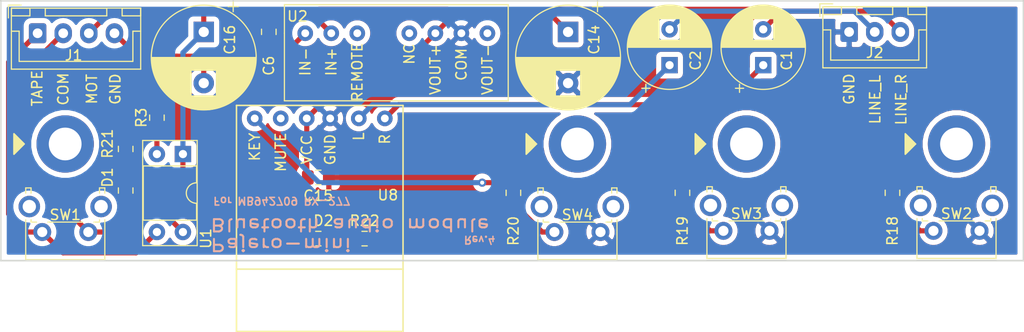
<source format=kicad_pcb>
(kicad_pcb (version 20171130) (host pcbnew 5.1.9+dfsg1-1)
  (layers (0 F.Cu signal) (31 B.Cu signal) (34 B.Paste user) (35 F.Paste user) (36 B.SilkS user) (37 F.SilkS user) (38 B.Mask user) (39 F.Mask user) (44 Edge.Cuts user))
  (net 0 "")
  (net 1 GND)
  (net 2 5V)
  (net 3 MOTOR)
  (net 4 "Net-(D1-Pad1)")
  (net 5 "Net-(D2-Pad1)")
  (net 6 LINE_R)
  (net 7 LINE_L)
  (net 8 TAPE)
  (net 9 COM)
  (net 10 "Net-(R3-Pad1)")
  (net 11 "Net-(R18-Pad1)")
  (net 12 "Net-(R18-Pad2)")
  (net 13 "Net-(R19-Pad2)")
  (net 14 "Net-(R20-Pad2)")
  (net 15 "Net-(U8-Pad5)")
  (net 16 GND_IN)
  (net 17 "Net-(U2-Pad3)")
  (net 18 "Net-(U2-Pad4)")
  (net 19 "Net-(U2-Pad7)")
  (net 20 "Net-(C1-Pad1)")
  (net 21 "Net-(C2-Pad1)")
  (module Resistor_SMD:R_0805_2012Metric_Pad1.15x1.40mm_HandSolder (layer F.Cu) (at 96.725 150.25)
    (fp_text reference R22 (at 0 -1.75) (layer F.SilkS))
    (fp_text value 4K7)
    (pad 2 smd roundrect (at 1.025 0) (size 1.15 1.4) (layers F.Cu F.Paste F.Mask) (roundrect_rratio 0.217391) (net 1 GND))
    (pad 1 smd roundrect (at -1.025 0) (size 1.15 1.4) (layers F.Cu F.Paste F.Mask) (roundrect_rratio 0.217391) (net 5 "Net-(D2-Pad1)"))
  )
  (module Package_DIP:DIP-4_W7.62mm_Socket (layer F.Cu) (at 78.994 141.986 270)
    (fp_text reference U1 (at 8.25 -2.25 270) (layer F.SilkS))
    (fp_text value TLP785)
    (pad 1 thru_hole rect (at 0 0 270) (size 1.6 1.6) (drill 0.8) (layers *.Cu *.Mask) (net 3 MOTOR))
    (pad 3 thru_hole oval (at 7.62 2.54 270) (size 1.6 1.6) (drill 0.8) (layers *.Cu *.Mask) (net 8 TAPE))
    (pad 2 thru_hole oval (at 0 2.54 270) (size 1.6 1.6) (drill 0.8) (layers *.Cu *.Mask) (net 10 "Net-(R3-Pad1)"))
    (pad 4 thru_hole oval (at 7.62 0 270) (size 1.6 1.6) (drill 0.8) (layers *.Cu *.Mask) (net 9 COM))
  )
  (module Resistor_SMD:R_0805_2012Metric_Pad1.15x1.40mm_HandSolder (layer F.Cu) (at 87.376 130.039 270)
    (fp_text reference C6 (at 3.311 0 270) (layer F.SilkS))
    (fp_text value 100n)
    (pad 1 smd roundrect (at -1.025 0 270) (size 1.15 1.4) (layers F.Cu F.Paste F.Mask) (roundrect_rratio 0.217391) (net 3 MOTOR))
    (pad 2 smd roundrect (at 1.025 0 270) (size 1.15 1.4) (layers F.Cu F.Paste F.Mask) (roundrect_rratio 0.217391) (net 16 GND_IN))
  )
  (module Resistor_SMD:R_0805_2012Metric_Pad1.15x1.40mm_HandSolder (layer F.Cu) (at 92.211 144.272)
    (fp_text reference C15 (at -0.009 1.778 180) (layer F.SilkS))
    (fp_text value 100n)
    (pad 2 smd roundrect (at 1.025 0) (size 1.15 1.4) (layers F.Cu F.Paste F.Mask) (roundrect_rratio 0.217391) (net 1 GND))
    (pad 1 smd roundrect (at -1.025 0) (size 1.15 1.4) (layers F.Cu F.Paste F.Mask) (roundrect_rratio 0.217391) (net 2 5V))
  )
  (module Resistor_SMD:R_0805_2012Metric_Pad1.15x1.40mm_HandSolder (layer F.Cu) (at 73.406 145.551 270)
    (fp_text reference D1 (at -1.279 1.778 90) (layer F.SilkS))
    (fp_text value LED)
    (pad 2 smd roundrect (at 1.025 0 270) (size 1.15 1.4) (layers F.Cu F.Paste F.Mask) (roundrect_rratio 0.217391) (net 3 MOTOR))
    (pad 1 smd roundrect (at -1.025 0 270) (size 1.15 1.4) (layers F.Cu F.Paste F.Mask) (roundrect_rratio 0.217391) (net 4 "Net-(D1-Pad1)"))
  )
  (module Resistor_SMD:R_0805_2012Metric_Pad1.15x1.40mm_HandSolder (layer F.Cu) (at 92.211 150.25 180)
    (fp_text reference D2 (at -0.499 1.75 180) (layer F.SilkS))
    (fp_text value LED)
    (pad 1 smd roundrect (at -1.025 0 180) (size 1.15 1.4) (layers F.Cu F.Paste F.Mask) (roundrect_rratio 0.217391) (net 5 "Net-(D2-Pad1)"))
    (pad 2 smd roundrect (at 1.025 0 180) (size 1.15 1.4) (layers F.Cu F.Paste F.Mask) (roundrect_rratio 0.217391) (net 2 5V))
  )
  (module Resistor_SMD:R_0805_2012Metric_Pad1.15x1.40mm_HandSolder (layer F.Cu) (at 76.454 138.43 90)
    (fp_text reference R3 (at 0 -1.524 270) (layer F.SilkS))
    (fp_text value 4K7)
    (pad 2 smd roundrect (at 1.025 0 90) (size 1.15 1.4) (layers F.Cu F.Paste F.Mask) (roundrect_rratio 0.217391) (net 16 GND_IN))
    (pad 1 smd roundrect (at -1.025 0 90) (size 1.15 1.4) (layers F.Cu F.Paste F.Mask) (roundrect_rratio 0.217391) (net 10 "Net-(R3-Pad1)"))
  )
  (module Resistor_SMD:R_0805_2012Metric_Pad1.15x1.40mm_HandSolder (layer F.Cu) (at 148.25 145.775 270)
    (fp_text reference R18 (at 3.725 0 270) (layer F.SilkS))
    (fp_text value 51K)
    (pad 1 smd roundrect (at -1.025 0 270) (size 1.15 1.4) (layers F.Cu F.Paste F.Mask) (roundrect_rratio 0.217391) (net 11 "Net-(R18-Pad1)"))
    (pad 2 smd roundrect (at 1.025 0 270) (size 1.15 1.4) (layers F.Cu F.Paste F.Mask) (roundrect_rratio 0.217391) (net 12 "Net-(R18-Pad2)"))
  )
  (module Resistor_SMD:R_0805_2012Metric_Pad1.15x1.40mm_HandSolder (layer F.Cu) (at 127.75 145.775 270)
    (fp_text reference R19 (at 3.725 0 270) (layer F.SilkS))
    (fp_text value 33K)
    (pad 2 smd roundrect (at 1.025 0 270) (size 1.15 1.4) (layers F.Cu F.Paste F.Mask) (roundrect_rratio 0.217391) (net 13 "Net-(R19-Pad2)"))
    (pad 1 smd roundrect (at -1.025 0 270) (size 1.15 1.4) (layers F.Cu F.Paste F.Mask) (roundrect_rratio 0.217391) (net 11 "Net-(R18-Pad1)"))
  )
  (module Resistor_SMD:R_0805_2012Metric_Pad1.15x1.40mm_HandSolder (layer F.Cu) (at 111.25 145.775 270)
    (fp_text reference R20 (at 3.725 0 270) (layer F.SilkS))
    (fp_text value 9.1K)
    (pad 1 smd roundrect (at -1.025 0 270) (size 1.15 1.4) (layers F.Cu F.Paste F.Mask) (roundrect_rratio 0.217391) (net 11 "Net-(R18-Pad1)"))
    (pad 2 smd roundrect (at 1.025 0 270) (size 1.15 1.4) (layers F.Cu F.Paste F.Mask) (roundrect_rratio 0.217391) (net 14 "Net-(R20-Pad2)"))
  )
  (module Resistor_SMD:R_0805_2012Metric_Pad1.15x1.40mm_HandSolder (layer F.Cu) (at 73.406 141.487 90)
    (fp_text reference R21 (at 0.517 -1.778 90) (layer F.SilkS))
    (fp_text value 4K7)
    (pad 1 smd roundrect (at -1.025 0 90) (size 1.15 1.4) (layers F.Cu F.Paste F.Mask) (roundrect_rratio 0.217391) (net 4 "Net-(D1-Pad1)"))
    (pad 2 smd roundrect (at 1.025 0 90) (size 1.15 1.4) (layers F.Cu F.Paste F.Mask) (roundrect_rratio 0.217391) (net 16 GND_IN))
  )
  (module Button_Switch_THT:SW_Tactile_SPST_Angled_PTS645Vx83-2LFS (layer F.Cu) (at 69.76 149.606 180)
    (fp_text reference SW1 (at 2.25 1.68 180) (layer F.SilkS))
    (fp_text value TAPE_SW)
    (pad "" thru_hole circle (at 5.76 2.49 180) (size 2.1 2.1) (drill 1.3) (layers *.Cu *.Mask))
    (pad 2 thru_hole circle (at 4.5 0 180) (size 1.75 1.75) (drill 0.99) (layers *.Cu *.Mask) (net 8 TAPE))
    (pad 1 thru_hole circle (at 0 0 180) (size 1.75 1.75) (drill 0.99) (layers *.Cu *.Mask) (net 9 COM))
    (pad "" thru_hole circle (at -1.25 2.49 180) (size 2.1 2.1) (drill 1.3) (layers *.Cu *.Mask))
  )
  (module Button_Switch_THT:SW_Tactile_SPST_Angled_PTS645Vx83-2LFS (layer F.Cu) (at 156.75 149.49 180)
    (fp_text reference SW2 (at 2.25 1.68 180) (layer F.SilkS))
    (fp_text value PLAY/PAUSE)
    (pad "" thru_hole circle (at -1.25 2.49 180) (size 2.1 2.1) (drill 1.3) (layers *.Cu *.Mask))
    (pad 1 thru_hole circle (at 0 0 180) (size 1.75 1.75) (drill 0.99) (layers *.Cu *.Mask) (net 1 GND))
    (pad 2 thru_hole circle (at 4.5 0 180) (size 1.75 1.75) (drill 0.99) (layers *.Cu *.Mask) (net 12 "Net-(R18-Pad2)"))
    (pad "" thru_hole circle (at 5.76 2.49 180) (size 2.1 2.1) (drill 1.3) (layers *.Cu *.Mask))
  )
  (module Button_Switch_THT:SW_Tactile_SPST_Angled_PTS645Vx83-2LFS (layer F.Cu) (at 136.25 149.49 180)
    (fp_text reference SW3 (at 2.25 1.68 180) (layer F.SilkS))
    (fp_text value NEXT/UP)
    (pad "" thru_hole circle (at 5.76 2.49 180) (size 2.1 2.1) (drill 1.3) (layers *.Cu *.Mask))
    (pad 2 thru_hole circle (at 4.5 0 180) (size 1.75 1.75) (drill 0.99) (layers *.Cu *.Mask) (net 13 "Net-(R19-Pad2)"))
    (pad 1 thru_hole circle (at 0 0 180) (size 1.75 1.75) (drill 0.99) (layers *.Cu *.Mask) (net 1 GND))
    (pad "" thru_hole circle (at -1.25 2.49 180) (size 2.1 2.1) (drill 1.3) (layers *.Cu *.Mask))
  )
  (module Button_Switch_THT:SW_Tactile_SPST_Angled_PTS645Vx83-2LFS (layer F.Cu) (at 119.75 149.606 180)
    (fp_text reference SW4 (at 2.25 1.68 180) (layer F.SilkS))
    (fp_text value PREV/DOWN)
    (pad "" thru_hole circle (at -1.25 2.49 180) (size 2.1 2.1) (drill 1.3) (layers *.Cu *.Mask))
    (pad 1 thru_hole circle (at 0 0 180) (size 1.75 1.75) (drill 0.99) (layers *.Cu *.Mask) (net 1 GND))
    (pad 2 thru_hole circle (at 4.5 0 180) (size 1.75 1.75) (drill 0.99) (layers *.Cu *.Mask) (net 14 "Net-(R20-Pad2)"))
    (pad "" thru_hole circle (at 5.76 2.49 180) (size 2.1 2.1) (drill 1.3) (layers *.Cu *.Mask))
  )
  (module custom-footprints:Bluettoth-module-M18 (layer F.Cu) (at 93.62 133.42 180)
    (fp_text reference U8 (at -5.38 -12.58 180) (layer F.SilkS))
    (fp_text value Bluetooth-M18)
    (fp_text user KEY (at 7.62 -7.874 270) (layer F.SilkS))
    (fp_text user MUTE (at 5.08 -8.382 270) (layer F.SilkS))
    (fp_text user VCC (at 2.54 -8.128 270) (layer F.SilkS))
    (fp_text user GND (at 0.254 -8.128 270) (layer F.SilkS))
    (fp_text user L (at -2.54 -6.858 270) (layer F.SilkS))
    (fp_text user R (at -5.08 -7.112 270) (layer F.SilkS))
    (pad 1 thru_hole circle (at -5.08 -5.08 180) (size 1.524 1.524) (drill 0.762) (layers *.Cu *.Mask) (net 20 "Net-(C1-Pad1)"))
    (pad 2 thru_hole circle (at -2.54 -5.08 180) (size 1.524 1.524) (drill 0.762) (layers *.Cu *.Mask) (net 21 "Net-(C2-Pad1)"))
    (pad 3 thru_hole circle (at 0.254 -5.08 180) (size 1.524 1.524) (drill 0.762) (layers *.Cu *.Mask) (net 1 GND))
    (pad 4 thru_hole circle (at 2.54 -5.08 180) (size 1.524 1.524) (drill 0.762) (layers *.Cu *.Mask) (net 2 5V))
    (pad 5 thru_hole circle (at 5.08 -5.08 180) (size 1.524 1.524) (drill 0.762) (layers *.Cu *.Mask) (net 15 "Net-(U8-Pad5)"))
    (pad 6 thru_hole circle (at 7.62 -5.08 180) (size 1.524 1.524) (drill 0.762) (layers *.Cu *.Mask) (net 11 "Net-(R18-Pad1)"))
  )
  (module Capacitor_THT:CP_Radial_D10.0mm_P5.00mm (layer F.Cu) (at 116.586 130.048 270)
    (fp_text reference C14 (at 0.762 -2.54 270) (layer F.SilkS))
    (fp_text value 330u)
    (pad 2 thru_hole circle (at 5 0 270) (size 2 2) (drill 1) (layers *.Cu *.Mask) (net 1 GND))
    (pad 1 thru_hole rect (at 0 0 270) (size 2 2) (drill 1) (layers *.Cu *.Mask) (net 2 5V))
  )
  (module MountingHole:MountingHole_3.2mm_M3_DIN965_Pad (layer F.Cu) (at 67.5 141)
    (fp_text reference REF** hide)
    (fp_text value MountingHole_3.2mm_M3_DIN965_Pad hide)
    (pad 1 thru_hole circle (at 0 0) (size 5.6 5.6) (drill 3.2) (layers *.Cu *.Mask))
  )
  (module MountingHole:MountingHole_3.2mm_M3_DIN965_Pad (layer F.Cu) (at 117.5 141)
    (fp_text reference REF** hide)
    (fp_text value MountingHole_3.2mm_M3_DIN965_Pad hide)
    (pad 1 thru_hole circle (at 0 0) (size 5.6 5.6) (drill 3.2) (layers *.Cu *.Mask))
  )
  (module MountingHole:MountingHole_3.2mm_M3_DIN965_Pad (layer F.Cu) (at 134 141)
    (fp_text reference REF** hide)
    (fp_text value MountingHole_3.2mm_M3_DIN965_Pad hide)
    (pad 1 thru_hole circle (at 0 0) (size 5.6 5.6) (drill 3.2) (layers *.Cu *.Mask))
  )
  (module MountingHole:MountingHole_3.2mm_M3_DIN965_Pad (layer F.Cu) (at 154.5 141)
    (fp_text reference REF** hide)
    (fp_text value MountingHole_3.2mm_M3_DIN965_Pad hide)
    (pad 1 thru_hole circle (at 0 0) (size 5.6 5.6) (drill 3.2) (layers *.Cu *.Mask))
  )
  (module Capacitor_THT:CP_Radial_D10.0mm_P5.00mm (layer F.Cu) (at 81.026 130.048 270)
    (fp_text reference C16 (at 0.762 -2.54 270) (layer F.SilkS))
    (fp_text value 330u)
    (pad 1 thru_hole rect (at 0 0 270) (size 2 2) (drill 1) (layers *.Cu *.Mask) (net 3 MOTOR))
    (pad 2 thru_hole circle (at 5 0 270) (size 2 2) (drill 1) (layers *.Cu *.Mask) (net 16 GND_IN))
  )
  (module Connector_JST:JST_XH_B4B-XH-A_1x04_P2.50mm_Vertical (layer F.Cu) (at 64.81 130.175)
    (fp_text reference J1 (at 3.516 2.159) (layer F.SilkS))
    (fp_text value IO)
    (pad 1 thru_hole roundrect (at 0 0) (size 1.7 1.95) (drill 0.95) (layers *.Cu *.Mask) (roundrect_rratio 0.147059) (net 8 TAPE))
    (pad 2 thru_hole oval (at 2.5 0) (size 1.7 1.95) (drill 0.95) (layers *.Cu *.Mask) (net 9 COM))
    (pad 3 thru_hole oval (at 5 0) (size 1.7 1.95) (drill 0.95) (layers *.Cu *.Mask) (net 3 MOTOR))
    (pad 4 thru_hole oval (at 7.5 0) (size 1.7 1.95) (drill 0.95) (layers *.Cu *.Mask) (net 16 GND_IN))
  )
  (module custom-footprints:BUCK-ISOLATED-MCWI03 (layer F.Cu) (at 90.932 130.175)
    (fp_text reference U2 (at -0.762 -1.651) (layer F.SilkS))
    (fp_text value BUCK-ISOLATED-MCWI03)
    (fp_text user IN- (at 0 2.794 90) (layer F.SilkS))
    (fp_text user IN+ (at 2.54 2.794 90) (layer F.SilkS))
    (fp_text user REMOTE (at 5.08 3.81 90) (layer F.SilkS))
    (fp_text user NC (at 10.16 2.032 90) (layer F.SilkS))
    (fp_text user VOUT+ (at 12.7 3.556 90) (layer F.SilkS))
    (fp_text user COM (at 15.24 3.048 90) (layer F.SilkS))
    (fp_text user VOUT- (at 17.78 3.556 90) (layer F.SilkS))
    (pad 1 thru_hole circle (at 0 0) (size 1.524 1.524) (drill 0.762) (layers *.Cu *.Mask) (net 16 GND_IN))
    (pad 2 thru_hole circle (at 2.54 0) (size 1.524 1.524) (drill 0.762) (layers *.Cu *.Mask) (net 3 MOTOR))
    (pad 3 thru_hole circle (at 5.08 0) (size 1.524 1.524) (drill 0.762) (layers *.Cu *.Mask) (net 17 "Net-(U2-Pad3)"))
    (pad 4 thru_hole circle (at 10.16 0) (size 1.524 1.524) (drill 0.762) (layers *.Cu *.Mask) (net 18 "Net-(U2-Pad4)"))
    (pad 5 thru_hole circle (at 12.7 0) (size 1.524 1.524) (drill 0.762) (layers *.Cu *.Mask) (net 2 5V))
    (pad 6 thru_hole circle (at 15.24 0) (size 1.524 1.524) (drill 0.762) (layers *.Cu *.Mask) (net 1 GND))
    (pad 7 thru_hole circle (at 17.78 0) (size 1.524 1.524) (drill 0.762) (layers *.Cu *.Mask) (net 19 "Net-(U2-Pad7)"))
  )
  (module Capacitor_THT:CP_Radial_D8.0mm_P3.50mm (layer F.Cu) (at 135.636 133.294 90)
    (fp_text reference C1 (at 0.452 2.286 90) (layer F.SilkS))
    (fp_text value 10u)
    (pad 1 thru_hole rect (at 0 0 90) (size 1.6 1.6) (drill 0.8) (layers *.Cu *.Mask) (net 20 "Net-(C1-Pad1)"))
    (pad 2 thru_hole circle (at 3.5 0 90) (size 1.6 1.6) (drill 0.8) (layers *.Cu *.Mask) (net 6 LINE_R))
  )
  (module Capacitor_THT:CP_Radial_D8.0mm_P3.50mm (layer F.Cu) (at 126.492 133.294 90)
    (fp_text reference C2 (at 0.452 2.54 90) (layer F.SilkS))
    (fp_text value 10u)
    (pad 2 thru_hole circle (at 3.5 0 90) (size 1.6 1.6) (drill 0.8) (layers *.Cu *.Mask) (net 7 LINE_L))
    (pad 1 thru_hole rect (at 0 0 90) (size 1.6 1.6) (drill 0.8) (layers *.Cu *.Mask) (net 21 "Net-(C2-Pad1)"))
  )
  (module Connector_JST:JST_XH_B3B-XH-A_1x03_P2.50mm_Vertical (layer F.Cu) (at 144.018 130.048)
    (fp_text reference J2 (at 2.5 2.032) (layer F.SilkS))
    (fp_text value AUX)
    (pad 1 thru_hole roundrect (at 0 0) (size 1.7 1.95) (drill 0.95) (layers *.Cu *.Mask) (roundrect_rratio 0.147059) (net 1 GND))
    (pad 2 thru_hole oval (at 2.5 0) (size 1.7 1.95) (drill 0.95) (layers *.Cu *.Mask) (net 7 LINE_L))
    (pad 3 thru_hole oval (at 5 0) (size 1.7 1.95) (drill 0.95) (layers *.Cu *.Mask) (net 6 LINE_R))
  )
  (gr_text LINE_R (at 149.098 136.652 90) (layer F.SilkS) (effects (font (size 1 1))))
  (gr_text LINE_L (at 146.558 136.652 90) (layer F.SilkS) (effects (font (size 1 1))))
  (gr_text GND (at 144.018 135.636 90) (layer F.SilkS) (effects (font (size 1 1))))
  (gr_text GND (at 72.39 135.636 90) (layer F.SilkS) (effects (font (size 1 1))))
  (gr_text MOT (at 70.104 135.636 90) (layer F.SilkS) (effects (font (size 1 1))))
  (gr_text COM (at 67.31 135.636 90) (layer F.SilkS) (effects (font (size 1 1))))
  (gr_text TAPE (at 64.77 137.414 90) (layer F.SilkS) (effects (font (size 1 1)) (justify left)))
  (gr_poly (pts (xy 150.5 141) (xy 149.5 140) (xy 149.5 142)) (layer F.SilkS) (width 0.15))
  (gr_poly (pts (xy 130 141) (xy 129 140) (xy 129 142)) (layer F.SilkS) (width 0.15))
  (gr_poly (pts (xy 113.5 141) (xy 112.5 140) (xy 112.5 142)) (layer F.SilkS) (width 0.15))
  (gr_poly (pts (xy 63.5 141) (xy 62.5 140) (xy 62.5 142)) (layer F.SilkS) (width 0.15))
  (gr_text Rev.4 (at 107.95 150.368 180) (layer B.SilkS) (effects (font (size 0.75 0.75)) (justify mirror)))
  (gr_text "For MB942709 RX-277" (at 88.646 146.558 180) (layer B.SilkS) (effects (font (size 0.75 0.75)) (justify mirror)))
  (gr_text "Pajero-mini\nBluetooth audio module" (at 81.534 149.86 180) (layer B.SilkS) (effects (font (size 1.2 1.5) (thickness 0.2)) (justify left mirror)))
  (gr_line (start 61.214 127) (end 61.214 152.4) (layer Edge.Cuts) (width 0.15))
  (gr_line (start 161.036 127) (end 61.214 127) (layer Edge.Cuts) (width 0.15))
  (gr_line (start 161.036 152.4) (end 161.036 127) (layer Edge.Cuts) (width 0.15))
  (gr_line (start 61.214 152.4) (end 161.036 152.4) (layer Edge.Cuts) (width 0.15))
  (segment (start 93.5 138.634) (end 93.366 138.5) (width 0.25) (layer F.Cu) (net 1))
  (segment (start 91 138.42) (end 91.08 138.5) (width 1) (layer F.Cu) (net 2))
  (segment (start 91 138.58) (end 91.08 138.5) (width 0.25) (layer B.Cu) (net 2))
  (segment (start 91.08 144.166) (end 91.186 144.272) (width 0.5) (layer F.Cu) (net 2))
  (segment (start 91.08 138.5) (end 91.08 144.166) (width 0.5) (layer F.Cu) (net 2))
  (segment (start 91.186 144.272) (end 91.186 150.25) (width 0.5) (layer F.Cu) (net 2))
  (segment (start 91.08 138.5) (end 95.468 134.112) (width 0.5) (layer F.Cu) (net 2))
  (segment (start 103.632 130.175) (end 105.537 128.27) (width 0.5) (layer F.Cu) (net 2))
  (segment (start 114.808 128.27) (end 116.586 130.048) (width 0.5) (layer F.Cu) (net 2))
  (segment (start 105.537 128.27) (end 114.808 128.27) (width 0.5) (layer F.Cu) (net 2))
  (segment (start 91.08 138.5) (end 95.976 133.604) (width 0.5) (layer F.Cu) (net 2))
  (segment (start 100.203 133.604) (end 100.3935 133.4135) (width 0.5) (layer F.Cu) (net 2))
  (segment (start 95.976 133.604) (end 100.203 133.604) (width 0.5) (layer F.Cu) (net 2))
  (segment (start 100.3935 133.4135) (end 103.632 130.175) (width 0.5) (layer F.Cu) (net 2))
  (segment (start 69.81 130.175) (end 69.81 130.088) (width 0.5) (layer F.Cu) (net 3))
  (segment (start 71.969 128.016) (end 69.81 130.175) (width 0.5) (layer F.Cu) (net 3))
  (segment (start 81.026 128.27) (end 81.28 128.016) (width 0.5) (layer F.Cu) (net 3))
  (segment (start 81.026 130.048) (end 81.026 128.27) (width 0.5) (layer F.Cu) (net 3))
  (segment (start 81.28 128.016) (end 71.969 128.016) (width 0.5) (layer F.Cu) (net 3))
  (segment (start 81.28 128.016) (end 87.376 128.016) (width 0.5) (layer F.Cu) (net 3))
  (segment (start 91.313 128.016) (end 93.472 130.175) (width 0.5) (layer F.Cu) (net 3))
  (segment (start 87.376 128.016) (end 91.313 128.016) (width 0.5) (layer F.Cu) (net 3))
  (segment (start 78.994 132.08) (end 81.026 130.048) (width 0.5) (layer B.Cu) (net 3))
  (segment (start 78.994 141.986) (end 78.994 132.08) (width 0.5) (layer B.Cu) (net 3))
  (segment (start 87.376 129.014) (end 87.376 128.016) (width 0.5) (layer F.Cu) (net 3))
  (segment (start 78.994 141.986) (end 78.994 144.272) (width 0.5) (layer F.Cu) (net 3))
  (segment (start 76.69 146.576) (end 73.406 146.576) (width 0.5) (layer F.Cu) (net 3))
  (segment (start 78.994 144.272) (end 76.69 146.576) (width 0.5) (layer F.Cu) (net 3))
  (segment (start 73.406 142.512) (end 73.406 144.526) (width 0.5) (layer F.Cu) (net 4))
  (segment (start 93.236 150.25) (end 95.7 150.25) (width 0.5) (layer F.Cu) (net 5))
  (segment (start 135.636 129.794) (end 137.16 128.27) (width 0.5) (layer F.Cu) (net 6))
  (segment (start 149.018 130.048) (end 146.986 128.016) (width 0.5) (layer F.Cu) (net 6))
  (segment (start 137.414 128.016) (end 137.16 128.27) (width 0.5) (layer F.Cu) (net 6))
  (segment (start 146.986 128.016) (end 137.414 128.016) (width 0.5) (layer F.Cu) (net 6))
  (segment (start 146.518 130.048) (end 146.518 130.008) (width 0.5) (layer B.Cu) (net 7))
  (segment (start 146.518 130.008) (end 144.526 128.016) (width 0.5) (layer B.Cu) (net 7))
  (segment (start 128.27 128.016) (end 126.492 129.794) (width 0.5) (layer B.Cu) (net 7))
  (segment (start 144.526 128.016) (end 128.27 128.016) (width 0.5) (layer B.Cu) (net 7))
  (segment (start 98.7 138.5) (end 100.04 137.16) (width 0.5) (layer F.Cu) (net 20))
  (segment (start 97.5 137.16) (end 96.16 138.5) (width 0.5) (layer B.Cu) (net 21))
  (segment (start 61.976 147.828) (end 61.976 133.009) (width 0.5) (layer F.Cu) (net 8))
  (segment (start 61.976 133.009) (end 64.81 130.175) (width 0.5) (layer F.Cu) (net 8))
  (segment (start 63.754 149.606) (end 61.976 147.828) (width 0.5) (layer F.Cu) (net 8))
  (segment (start 65.26 149.606) (end 63.754 149.606) (width 0.5) (layer F.Cu) (net 8))
  (segment (start 74.422 151.638) (end 76.454 149.606) (width 0.5) (layer F.Cu) (net 8))
  (segment (start 67.292 151.638) (end 74.422 151.638) (width 0.5) (layer F.Cu) (net 8))
  (segment (start 65.26 149.606) (end 67.292 151.638) (width 0.5) (layer F.Cu) (net 8))
  (segment (start 69.76 149.606) (end 62.992 142.838) (width 0.5) (layer F.Cu) (net 9))
  (segment (start 62.992 134.493) (end 67.31 130.175) (width 0.5) (layer F.Cu) (net 9))
  (segment (start 62.992 142.838) (end 62.992 134.493) (width 0.5) (layer F.Cu) (net 9))
  (segment (start 69.76 149.606) (end 72.39 149.606) (width 0.5) (layer F.Cu) (net 9))
  (segment (start 72.39 149.606) (end 74.168 147.828) (width 0.5) (layer F.Cu) (net 9))
  (segment (start 77.216 147.828) (end 78.994 149.606) (width 0.5) (layer F.Cu) (net 9))
  (segment (start 74.168 147.828) (end 77.216 147.828) (width 0.5) (layer F.Cu) (net 9))
  (segment (start 76.454 139.455) (end 76.454 141.986) (width 0.5) (layer F.Cu) (net 10))
  (segment (start 148.475 144.725) (end 148.5 144.75) (width 0.25) (layer F.Cu) (net 11))
  (segment (start 111.25 144.75) (end 148.25 144.75) (width 0.5) (layer F.Cu) (net 11))
  (via (at 108.204 144.78) (size 0.8) (drill 0.4) (layers F.Cu B.Cu) (net 11))
  (segment (start 111.22 144.78) (end 111.25 144.75) (width 0.5) (layer F.Cu) (net 11))
  (segment (start 108.204 144.78) (end 111.22 144.78) (width 0.5) (layer F.Cu) (net 11))
  (segment (start 92.28 144.78) (end 108.204 144.78) (width 0.5) (layer B.Cu) (net 11))
  (segment (start 86 138.5) (end 92.28 144.78) (width 0.5) (layer B.Cu) (net 11))
  (segment (start 150.94 149.49) (end 152.25 149.49) (width 0.5) (layer F.Cu) (net 12))
  (segment (start 148.25 146.8) (end 150.94 149.49) (width 0.5) (layer F.Cu) (net 12))
  (segment (start 130.44 149.49) (end 131.75 149.49) (width 0.5) (layer F.Cu) (net 13))
  (segment (start 127.75 146.8) (end 130.44 149.49) (width 0.5) (layer F.Cu) (net 13))
  (segment (start 114.056 149.606) (end 115.25 149.606) (width 0.5) (layer F.Cu) (net 14))
  (segment (start 111.25 146.8) (end 114.056 149.606) (width 0.5) (layer F.Cu) (net 14))
  (segment (start 81.026 132.588) (end 81.193 132.421) (width 0.5) (layer F.Cu) (net 16))
  (segment (start 81.026 135.048) (end 81.026 132.588) (width 0.5) (layer F.Cu) (net 16))
  (segment (start 81.193 132.421) (end 78.399 132.421) (width 0.5) (layer F.Cu) (net 16))
  (segment (start 90.823 130.066) (end 90.932 130.175) (width 0.5) (layer F.Cu) (net 16))
  (segment (start 81.193 132.421) (end 85.021 132.421) (width 0.5) (layer F.Cu) (net 16))
  (segment (start 80.946 135.128) (end 81.026 135.048) (width 0.5) (layer F.Cu) (net 16))
  (segment (start 74.556 132.421) (end 72.31 130.175) (width 0.5) (layer F.Cu) (net 16))
  (segment (start 88.686 132.421) (end 90.932 130.175) (width 0.5) (layer F.Cu) (net 16))
  (segment (start 87.376 132.334) (end 87.289 132.421) (width 0.5) (layer F.Cu) (net 16))
  (segment (start 87.289 132.421) (end 88.686 132.421) (width 0.5) (layer F.Cu) (net 16))
  (segment (start 85.021 132.421) (end 87.289 132.421) (width 0.5) (layer F.Cu) (net 16))
  (segment (start 87.376 131.064) (end 87.376 132.334) (width 0.5) (layer F.Cu) (net 16))
  (segment (start 76.454 132.508) (end 76.541 132.421) (width 0.5) (layer F.Cu) (net 16))
  (segment (start 76.454 137.405) (end 76.454 132.508) (width 0.5) (layer F.Cu) (net 16))
  (segment (start 76.541 132.421) (end 74.556 132.421) (width 0.5) (layer F.Cu) (net 16))
  (segment (start 78.399 132.421) (end 76.541 132.421) (width 0.5) (layer F.Cu) (net 16))
  (segment (start 73.406 140.453) (end 76.454 137.405) (width 0.5) (layer F.Cu) (net 16))
  (segment (start 73.406 140.462) (end 73.406 140.453) (width 0.5) (layer F.Cu) (net 16))
  (segment (start 131.77 137.16) (end 135.636 133.294) (width 0.5) (layer F.Cu) (net 20))
  (segment (start 100.04 137.16) (end 131.77 137.16) (width 0.5) (layer F.Cu) (net 20))
  (segment (start 122.626 137.16) (end 126.492 133.294) (width 0.5) (layer B.Cu) (net 21))
  (segment (start 97.5 137.16) (end 122.626 137.16) (width 0.5) (layer B.Cu) (net 21))
  (zone (net 1) (net_name GND) (layer B.Cu) (connect_pads (clearance 0.508)) (min_thickness 0.254) (fill yes (arc_segments 32) (thermal_gap 0.508) (thermal_bridge_width 0.508))
    (polygon (pts (xy 161.036 152.4) (xy 61.214 152.4) (xy 61.214 127) (xy 161.036 127)))
  )
  (zone (net 1) (net_name GND) (layer F.Cu) (connect_pads (clearance 0.508)) (min_thickness 0.254) (fill yes (arc_segments 32) (thermal_gap 0.508) (thermal_bridge_width 0.508))
    (polygon (pts (xy 161.036 152.4) (xy 61.214 152.4) (xy 61.214 127) (xy 161.036 127)))
  )
)
</source>
